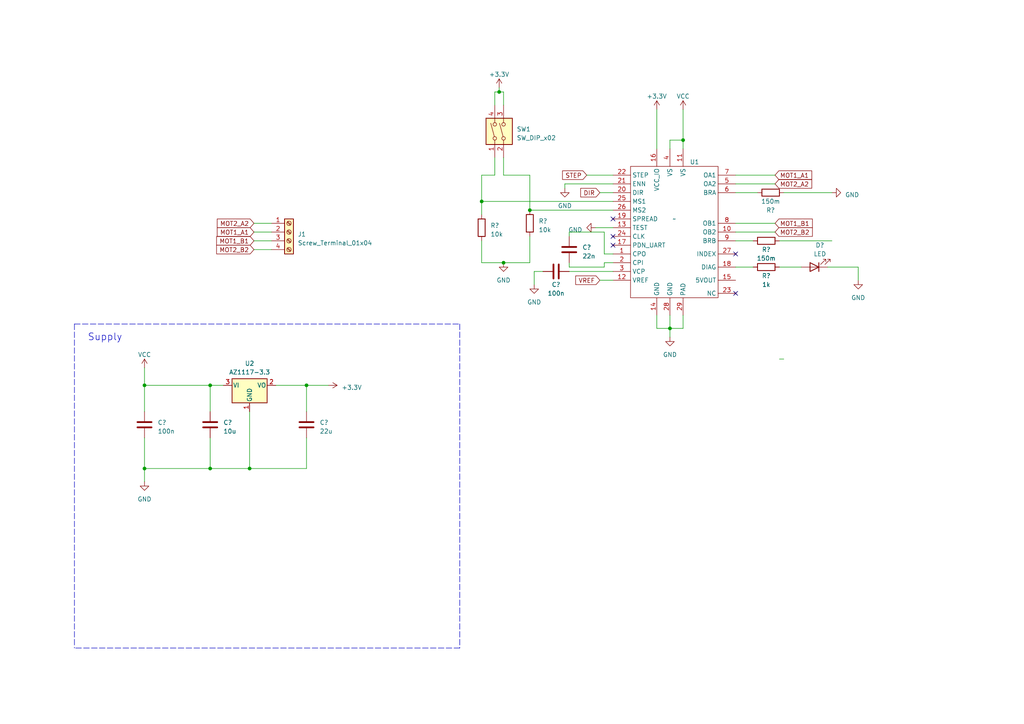
<source format=kicad_sch>
(kicad_sch (version 20230121) (generator eeschema)

  (uuid 068d3726-99de-44cc-887c-e892d67878f5)

  (paper "A4")

  (lib_symbols
    (symbol "Connector:Screw_Terminal_01x04" (pin_names (offset 1.016) hide) (in_bom yes) (on_board yes)
      (property "Reference" "J" (at 0 5.08 0)
        (effects (font (size 1.27 1.27)))
      )
      (property "Value" "Screw_Terminal_01x04" (at 0 -7.62 0)
        (effects (font (size 1.27 1.27)))
      )
      (property "Footprint" "" (at 0 0 0)
        (effects (font (size 1.27 1.27)) hide)
      )
      (property "Datasheet" "~" (at 0 0 0)
        (effects (font (size 1.27 1.27)) hide)
      )
      (property "ki_keywords" "screw terminal" (at 0 0 0)
        (effects (font (size 1.27 1.27)) hide)
      )
      (property "ki_description" "Generic screw terminal, single row, 01x04, script generated (kicad-library-utils/schlib/autogen/connector/)" (at 0 0 0)
        (effects (font (size 1.27 1.27)) hide)
      )
      (property "ki_fp_filters" "TerminalBlock*:*" (at 0 0 0)
        (effects (font (size 1.27 1.27)) hide)
      )
      (symbol "Screw_Terminal_01x04_1_1"
        (rectangle (start -1.27 3.81) (end 1.27 -6.35)
          (stroke (width 0.254) (type default))
          (fill (type background))
        )
        (circle (center 0 -5.08) (radius 0.635)
          (stroke (width 0.1524) (type default))
          (fill (type none))
        )
        (circle (center 0 -2.54) (radius 0.635)
          (stroke (width 0.1524) (type default))
          (fill (type none))
        )
        (polyline
          (pts
            (xy -0.5334 -4.7498)
            (xy 0.3302 -5.588)
          )
          (stroke (width 0.1524) (type default))
          (fill (type none))
        )
        (polyline
          (pts
            (xy -0.5334 -2.2098)
            (xy 0.3302 -3.048)
          )
          (stroke (width 0.1524) (type default))
          (fill (type none))
        )
        (polyline
          (pts
            (xy -0.5334 0.3302)
            (xy 0.3302 -0.508)
          )
          (stroke (width 0.1524) (type default))
          (fill (type none))
        )
        (polyline
          (pts
            (xy -0.5334 2.8702)
            (xy 0.3302 2.032)
          )
          (stroke (width 0.1524) (type default))
          (fill (type none))
        )
        (polyline
          (pts
            (xy -0.3556 -4.572)
            (xy 0.508 -5.4102)
          )
          (stroke (width 0.1524) (type default))
          (fill (type none))
        )
        (polyline
          (pts
            (xy -0.3556 -2.032)
            (xy 0.508 -2.8702)
          )
          (stroke (width 0.1524) (type default))
          (fill (type none))
        )
        (polyline
          (pts
            (xy -0.3556 0.508)
            (xy 0.508 -0.3302)
          )
          (stroke (width 0.1524) (type default))
          (fill (type none))
        )
        (polyline
          (pts
            (xy -0.3556 3.048)
            (xy 0.508 2.2098)
          )
          (stroke (width 0.1524) (type default))
          (fill (type none))
        )
        (circle (center 0 0) (radius 0.635)
          (stroke (width 0.1524) (type default))
          (fill (type none))
        )
        (circle (center 0 2.54) (radius 0.635)
          (stroke (width 0.1524) (type default))
          (fill (type none))
        )
        (pin passive line (at -5.08 2.54 0) (length 3.81)
          (name "Pin_1" (effects (font (size 1.27 1.27))))
          (number "1" (effects (font (size 1.27 1.27))))
        )
        (pin passive line (at -5.08 0 0) (length 3.81)
          (name "Pin_2" (effects (font (size 1.27 1.27))))
          (number "2" (effects (font (size 1.27 1.27))))
        )
        (pin passive line (at -5.08 -2.54 0) (length 3.81)
          (name "Pin_3" (effects (font (size 1.27 1.27))))
          (number "3" (effects (font (size 1.27 1.27))))
        )
        (pin passive line (at -5.08 -5.08 0) (length 3.81)
          (name "Pin_4" (effects (font (size 1.27 1.27))))
          (number "4" (effects (font (size 1.27 1.27))))
        )
      )
    )
    (symbol "Device:C" (pin_numbers hide) (pin_names (offset 0.254)) (in_bom yes) (on_board yes)
      (property "Reference" "C" (at 0.635 2.54 0)
        (effects (font (size 1.27 1.27)) (justify left))
      )
      (property "Value" "C" (at 0.635 -2.54 0)
        (effects (font (size 1.27 1.27)) (justify left))
      )
      (property "Footprint" "" (at 0.9652 -3.81 0)
        (effects (font (size 1.27 1.27)) hide)
      )
      (property "Datasheet" "~" (at 0 0 0)
        (effects (font (size 1.27 1.27)) hide)
      )
      (property "ki_keywords" "cap capacitor" (at 0 0 0)
        (effects (font (size 1.27 1.27)) hide)
      )
      (property "ki_description" "Unpolarized capacitor" (at 0 0 0)
        (effects (font (size 1.27 1.27)) hide)
      )
      (property "ki_fp_filters" "C_*" (at 0 0 0)
        (effects (font (size 1.27 1.27)) hide)
      )
      (symbol "C_0_1"
        (polyline
          (pts
            (xy -2.032 -0.762)
            (xy 2.032 -0.762)
          )
          (stroke (width 0.508) (type default))
          (fill (type none))
        )
        (polyline
          (pts
            (xy -2.032 0.762)
            (xy 2.032 0.762)
          )
          (stroke (width 0.508) (type default))
          (fill (type none))
        )
      )
      (symbol "C_1_1"
        (pin passive line (at 0 3.81 270) (length 2.794)
          (name "~" (effects (font (size 1.27 1.27))))
          (number "1" (effects (font (size 1.27 1.27))))
        )
        (pin passive line (at 0 -3.81 90) (length 2.794)
          (name "~" (effects (font (size 1.27 1.27))))
          (number "2" (effects (font (size 1.27 1.27))))
        )
      )
    )
    (symbol "Device:LED" (pin_numbers hide) (pin_names (offset 1.016) hide) (in_bom yes) (on_board yes)
      (property "Reference" "D" (at 0 2.54 0)
        (effects (font (size 1.27 1.27)))
      )
      (property "Value" "LED" (at 0 -2.54 0)
        (effects (font (size 1.27 1.27)))
      )
      (property "Footprint" "" (at 0 0 0)
        (effects (font (size 1.27 1.27)) hide)
      )
      (property "Datasheet" "~" (at 0 0 0)
        (effects (font (size 1.27 1.27)) hide)
      )
      (property "ki_keywords" "LED diode" (at 0 0 0)
        (effects (font (size 1.27 1.27)) hide)
      )
      (property "ki_description" "Light emitting diode" (at 0 0 0)
        (effects (font (size 1.27 1.27)) hide)
      )
      (property "ki_fp_filters" "LED* LED_SMD:* LED_THT:*" (at 0 0 0)
        (effects (font (size 1.27 1.27)) hide)
      )
      (symbol "LED_0_1"
        (polyline
          (pts
            (xy -1.27 -1.27)
            (xy -1.27 1.27)
          )
          (stroke (width 0.254) (type default))
          (fill (type none))
        )
        (polyline
          (pts
            (xy -1.27 0)
            (xy 1.27 0)
          )
          (stroke (width 0) (type default))
          (fill (type none))
        )
        (polyline
          (pts
            (xy 1.27 -1.27)
            (xy 1.27 1.27)
            (xy -1.27 0)
            (xy 1.27 -1.27)
          )
          (stroke (width 0.254) (type default))
          (fill (type none))
        )
        (polyline
          (pts
            (xy -3.048 -0.762)
            (xy -4.572 -2.286)
            (xy -3.81 -2.286)
            (xy -4.572 -2.286)
            (xy -4.572 -1.524)
          )
          (stroke (width 0) (type default))
          (fill (type none))
        )
        (polyline
          (pts
            (xy -1.778 -0.762)
            (xy -3.302 -2.286)
            (xy -2.54 -2.286)
            (xy -3.302 -2.286)
            (xy -3.302 -1.524)
          )
          (stroke (width 0) (type default))
          (fill (type none))
        )
      )
      (symbol "LED_1_1"
        (pin passive line (at -3.81 0 0) (length 2.54)
          (name "K" (effects (font (size 1.27 1.27))))
          (number "1" (effects (font (size 1.27 1.27))))
        )
        (pin passive line (at 3.81 0 180) (length 2.54)
          (name "A" (effects (font (size 1.27 1.27))))
          (number "2" (effects (font (size 1.27 1.27))))
        )
      )
    )
    (symbol "Device:R" (pin_numbers hide) (pin_names (offset 0)) (in_bom yes) (on_board yes)
      (property "Reference" "R" (at 2.032 0 90)
        (effects (font (size 1.27 1.27)))
      )
      (property "Value" "R" (at 0 0 90)
        (effects (font (size 1.27 1.27)))
      )
      (property "Footprint" "" (at -1.778 0 90)
        (effects (font (size 1.27 1.27)) hide)
      )
      (property "Datasheet" "~" (at 0 0 0)
        (effects (font (size 1.27 1.27)) hide)
      )
      (property "ki_keywords" "R res resistor" (at 0 0 0)
        (effects (font (size 1.27 1.27)) hide)
      )
      (property "ki_description" "Resistor" (at 0 0 0)
        (effects (font (size 1.27 1.27)) hide)
      )
      (property "ki_fp_filters" "R_*" (at 0 0 0)
        (effects (font (size 1.27 1.27)) hide)
      )
      (symbol "R_0_1"
        (rectangle (start -1.016 -2.54) (end 1.016 2.54)
          (stroke (width 0.254) (type default))
          (fill (type none))
        )
      )
      (symbol "R_1_1"
        (pin passive line (at 0 3.81 270) (length 1.27)
          (name "~" (effects (font (size 1.27 1.27))))
          (number "1" (effects (font (size 1.27 1.27))))
        )
        (pin passive line (at 0 -3.81 90) (length 1.27)
          (name "~" (effects (font (size 1.27 1.27))))
          (number "2" (effects (font (size 1.27 1.27))))
        )
      )
    )
    (symbol "My_Lib:TMC2225" (in_bom yes) (on_board yes)
      (property "Reference" "U" (at 0 0 0)
        (effects (font (size 1.27 1.27)))
      )
      (property "Value" "" (at 0 0 0)
        (effects (font (size 1.27 1.27)))
      )
      (property "Footprint" "" (at 0 0 0)
        (effects (font (size 1.27 1.27)) hide)
      )
      (property "Datasheet" "" (at 0 0 0)
        (effects (font (size 1.27 1.27)) hide)
      )
      (symbol "TMC2225_0_0"
        (pin passive line (at -17.78 -10.16 0) (length 5.08)
          (name "CPO" (effects (font (size 1.27 1.27))))
          (number "1" (effects (font (size 1.27 1.27))))
        )
        (pin output line (at 17.78 -3.81 180) (length 5.08)
          (name "OB2" (effects (font (size 1.27 1.27))))
          (number "10" (effects (font (size 1.27 1.27))))
        )
        (pin input line (at 2.54 20.32 270) (length 5.08)
          (name "VS" (effects (font (size 1.27 1.27))))
          (number "11" (effects (font (size 1.27 1.27))))
        )
        (pin input line (at -17.78 -17.78 0) (length 5.08)
          (name "VREF" (effects (font (size 1.27 1.27))))
          (number "12" (effects (font (size 1.27 1.27))))
        )
        (pin input line (at -17.78 -2.54 0) (length 5.08)
          (name "TEST" (effects (font (size 1.27 1.27))))
          (number "13" (effects (font (size 1.27 1.27))))
        )
        (pin input line (at -5.08 -27.94 90) (length 5.08)
          (name "GND" (effects (font (size 1.27 1.27))))
          (number "14" (effects (font (size 1.27 1.27))))
        )
        (pin passive line (at 17.78 -17.78 180) (length 5.08)
          (name "5VOUT" (effects (font (size 1.27 1.27))))
          (number "15" (effects (font (size 1.27 1.27))))
        )
        (pin input line (at -5.08 20.32 270) (length 5.08)
          (name "VCC_IO" (effects (font (size 1.27 1.27))))
          (number "16" (effects (font (size 1.27 1.27))))
        )
        (pin no_connect line (at -17.78 -7.62 0) (length 5.08)
          (name "PDN_UART" (effects (font (size 1.27 1.27))))
          (number "17" (effects (font (size 1.27 1.27))))
        )
        (pin output line (at 17.78 -13.97 180) (length 5.08)
          (name "DIAG" (effects (font (size 1.27 1.27))))
          (number "18" (effects (font (size 1.27 1.27))))
        )
        (pin no_connect line (at -17.78 0 0) (length 5.08)
          (name "SPREAD" (effects (font (size 1.27 1.27))))
          (number "19" (effects (font (size 1.27 1.27))))
        )
        (pin passive line (at -17.78 -12.7 0) (length 5.08)
          (name "CPI" (effects (font (size 1.27 1.27))))
          (number "2" (effects (font (size 1.27 1.27))))
        )
        (pin input line (at -17.78 7.62 0) (length 5.08)
          (name "DIR" (effects (font (size 1.27 1.27))))
          (number "20" (effects (font (size 1.27 1.27))))
        )
        (pin input line (at -17.78 10.16 0) (length 5.08)
          (name "ENN" (effects (font (size 1.27 1.27))))
          (number "21" (effects (font (size 1.27 1.27))))
        )
        (pin input line (at -17.78 12.7 0) (length 5.08)
          (name "STEP" (effects (font (size 1.27 1.27))))
          (number "22" (effects (font (size 1.27 1.27))))
        )
        (pin no_connect line (at 17.78 -21.59 180) (length 5.08)
          (name "NC" (effects (font (size 1.27 1.27))))
          (number "23" (effects (font (size 1.27 1.27))))
        )
        (pin no_connect line (at -17.78 -5.08 0) (length 5.08)
          (name "CLK" (effects (font (size 1.27 1.27))))
          (number "24" (effects (font (size 1.27 1.27))))
        )
        (pin input line (at -17.78 5.08 0) (length 5.08)
          (name "MS1" (effects (font (size 1.27 1.27))))
          (number "25" (effects (font (size 1.27 1.27))))
        )
        (pin input line (at -17.78 2.54 0) (length 5.08)
          (name "MS2" (effects (font (size 1.27 1.27))))
          (number "26" (effects (font (size 1.27 1.27))))
        )
        (pin no_connect line (at 17.78 -10.16 180) (length 5.08)
          (name "INDEX" (effects (font (size 1.27 1.27))))
          (number "27" (effects (font (size 1.27 1.27))))
        )
        (pin input line (at -1.27 -27.94 90) (length 5.08)
          (name "GND" (effects (font (size 1.27 1.27))))
          (number "28" (effects (font (size 1.27 1.27))))
        )
        (pin input line (at 2.54 -27.94 90) (length 5.08)
          (name "PAD" (effects (font (size 1.27 1.27))))
          (number "29" (effects (font (size 1.27 1.27))))
        )
        (pin passive line (at -17.78 -15.24 0) (length 5.08)
          (name "VCP" (effects (font (size 1.27 1.27))))
          (number "3" (effects (font (size 1.27 1.27))))
        )
        (pin input line (at -1.27 20.32 270) (length 5.08)
          (name "VS" (effects (font (size 1.27 1.27))))
          (number "4" (effects (font (size 1.27 1.27))))
        )
        (pin output line (at 17.78 10.16 180) (length 5.08)
          (name "OA2" (effects (font (size 1.27 1.27))))
          (number "5" (effects (font (size 1.27 1.27))))
        )
        (pin output line (at 17.78 7.62 180) (length 5.08)
          (name "BRA" (effects (font (size 1.27 1.27))))
          (number "6" (effects (font (size 1.27 1.27))))
        )
        (pin output line (at 17.78 12.7 180) (length 5.08)
          (name "OA1" (effects (font (size 1.27 1.27))))
          (number "7" (effects (font (size 1.27 1.27))))
        )
        (pin output line (at 17.78 -1.27 180) (length 5.08)
          (name "OB1" (effects (font (size 1.27 1.27))))
          (number "8" (effects (font (size 1.27 1.27))))
        )
        (pin output line (at 17.78 -6.35 180) (length 5.08)
          (name "BRB" (effects (font (size 1.27 1.27))))
          (number "9" (effects (font (size 1.27 1.27))))
        )
      )
      (symbol "TMC2225_0_1"
        (polyline
          (pts
            (xy -12.7 15.24)
            (xy 12.7 15.24)
            (xy 12.7 -22.86)
            (xy -12.7 -22.86)
            (xy -12.7 15.24)
          )
          (stroke (width 0.1524) (type solid))
          (fill (type none))
        )
      )
    )
    (symbol "Regulator_Linear:AZ1117-3.3" (pin_names (offset 0.254)) (in_bom yes) (on_board yes)
      (property "Reference" "U" (at -3.81 3.175 0)
        (effects (font (size 1.27 1.27)))
      )
      (property "Value" "AZ1117-3.3" (at 0 3.175 0)
        (effects (font (size 1.27 1.27)) (justify left))
      )
      (property "Footprint" "" (at 0 6.35 0)
        (effects (font (size 1.27 1.27) italic) hide)
      )
      (property "Datasheet" "https://www.diodes.com/assets/Datasheets/AZ1117.pdf" (at 0 0 0)
        (effects (font (size 1.27 1.27)) hide)
      )
      (property "ki_keywords" "Fixed Voltage Regulator 1A Positive LDO" (at 0 0 0)
        (effects (font (size 1.27 1.27)) hide)
      )
      (property "ki_description" "1A 20V Fixed LDO Linear Regulator, 3.3V, SOT-89/SOT-223/TO-220/TO-252/TO-263" (at 0 0 0)
        (effects (font (size 1.27 1.27)) hide)
      )
      (property "ki_fp_filters" "SOT?223* SOT?89* TO?220* TO?252* TO?263*" (at 0 0 0)
        (effects (font (size 1.27 1.27)) hide)
      )
      (symbol "AZ1117-3.3_0_1"
        (rectangle (start -5.08 1.905) (end 5.08 -5.08)
          (stroke (width 0.254) (type default))
          (fill (type background))
        )
      )
      (symbol "AZ1117-3.3_1_1"
        (pin power_in line (at 0 -7.62 90) (length 2.54)
          (name "GND" (effects (font (size 1.27 1.27))))
          (number "1" (effects (font (size 1.27 1.27))))
        )
        (pin power_out line (at 7.62 0 180) (length 2.54)
          (name "VO" (effects (font (size 1.27 1.27))))
          (number "2" (effects (font (size 1.27 1.27))))
        )
        (pin power_in line (at -7.62 0 0) (length 2.54)
          (name "VI" (effects (font (size 1.27 1.27))))
          (number "3" (effects (font (size 1.27 1.27))))
        )
      )
    )
    (symbol "Switch:SW_DIP_x02" (pin_names (offset 0) hide) (in_bom yes) (on_board yes)
      (property "Reference" "SW" (at 0 6.35 0)
        (effects (font (size 1.27 1.27)))
      )
      (property "Value" "SW_DIP_x02" (at 0 -3.81 0)
        (effects (font (size 1.27 1.27)))
      )
      (property "Footprint" "" (at 0 0 0)
        (effects (font (size 1.27 1.27)) hide)
      )
      (property "Datasheet" "~" (at 0 0 0)
        (effects (font (size 1.27 1.27)) hide)
      )
      (property "ki_keywords" "dip switch" (at 0 0 0)
        (effects (font (size 1.27 1.27)) hide)
      )
      (property "ki_description" "2x DIP Switch, Single Pole Single Throw (SPST) switch, small symbol" (at 0 0 0)
        (effects (font (size 1.27 1.27)) hide)
      )
      (property "ki_fp_filters" "SW?DIP?x2*" (at 0 0 0)
        (effects (font (size 1.27 1.27)) hide)
      )
      (symbol "SW_DIP_x02_0_0"
        (circle (center -2.032 0) (radius 0.508)
          (stroke (width 0) (type default))
          (fill (type none))
        )
        (circle (center -2.032 2.54) (radius 0.508)
          (stroke (width 0) (type default))
          (fill (type none))
        )
        (polyline
          (pts
            (xy -1.524 0.127)
            (xy 2.3622 1.1684)
          )
          (stroke (width 0) (type default))
          (fill (type none))
        )
        (polyline
          (pts
            (xy -1.524 2.667)
            (xy 2.3622 3.7084)
          )
          (stroke (width 0) (type default))
          (fill (type none))
        )
        (circle (center 2.032 0) (radius 0.508)
          (stroke (width 0) (type default))
          (fill (type none))
        )
        (circle (center 2.032 2.54) (radius 0.508)
          (stroke (width 0) (type default))
          (fill (type none))
        )
      )
      (symbol "SW_DIP_x02_0_1"
        (rectangle (start -3.81 5.08) (end 3.81 -2.54)
          (stroke (width 0.254) (type default))
          (fill (type background))
        )
      )
      (symbol "SW_DIP_x02_1_1"
        (pin passive line (at -7.62 2.54 0) (length 5.08)
          (name "~" (effects (font (size 1.27 1.27))))
          (number "1" (effects (font (size 1.27 1.27))))
        )
        (pin passive line (at -7.62 0 0) (length 5.08)
          (name "~" (effects (font (size 1.27 1.27))))
          (number "2" (effects (font (size 1.27 1.27))))
        )
        (pin passive line (at 7.62 0 180) (length 5.08)
          (name "~" (effects (font (size 1.27 1.27))))
          (number "3" (effects (font (size 1.27 1.27))))
        )
        (pin passive line (at 7.62 2.54 180) (length 5.08)
          (name "~" (effects (font (size 1.27 1.27))))
          (number "4" (effects (font (size 1.27 1.27))))
        )
      )
    )
    (symbol "power:+3.3V" (power) (pin_names (offset 0)) (in_bom yes) (on_board yes)
      (property "Reference" "#PWR" (at 0 -3.81 0)
        (effects (font (size 1.27 1.27)) hide)
      )
      (property "Value" "+3.3V" (at 0 3.556 0)
        (effects (font (size 1.27 1.27)))
      )
      (property "Footprint" "" (at 0 0 0)
        (effects (font (size 1.27 1.27)) hide)
      )
      (property "Datasheet" "" (at 0 0 0)
        (effects (font (size 1.27 1.27)) hide)
      )
      (property "ki_keywords" "global power" (at 0 0 0)
        (effects (font (size 1.27 1.27)) hide)
      )
      (property "ki_description" "Power symbol creates a global label with name \"+3.3V\"" (at 0 0 0)
        (effects (font (size 1.27 1.27)) hide)
      )
      (symbol "+3.3V_0_1"
        (polyline
          (pts
            (xy -0.762 1.27)
            (xy 0 2.54)
          )
          (stroke (width 0) (type default))
          (fill (type none))
        )
        (polyline
          (pts
            (xy 0 0)
            (xy 0 2.54)
          )
          (stroke (width 0) (type default))
          (fill (type none))
        )
        (polyline
          (pts
            (xy 0 2.54)
            (xy 0.762 1.27)
          )
          (stroke (width 0) (type default))
          (fill (type none))
        )
      )
      (symbol "+3.3V_1_1"
        (pin power_in line (at 0 0 90) (length 0) hide
          (name "+3.3V" (effects (font (size 1.27 1.27))))
          (number "1" (effects (font (size 1.27 1.27))))
        )
      )
    )
    (symbol "power:GND" (power) (pin_names (offset 0)) (in_bom yes) (on_board yes)
      (property "Reference" "#PWR" (at 0 -6.35 0)
        (effects (font (size 1.27 1.27)) hide)
      )
      (property "Value" "GND" (at 0 -3.81 0)
        (effects (font (size 1.27 1.27)))
      )
      (property "Footprint" "" (at 0 0 0)
        (effects (font (size 1.27 1.27)) hide)
      )
      (property "Datasheet" "" (at 0 0 0)
        (effects (font (size 1.27 1.27)) hide)
      )
      (property "ki_keywords" "global power" (at 0 0 0)
        (effects (font (size 1.27 1.27)) hide)
      )
      (property "ki_description" "Power symbol creates a global label with name \"GND\" , ground" (at 0 0 0)
        (effects (font (size 1.27 1.27)) hide)
      )
      (symbol "GND_0_1"
        (polyline
          (pts
            (xy 0 0)
            (xy 0 -1.27)
            (xy 1.27 -1.27)
            (xy 0 -2.54)
            (xy -1.27 -1.27)
            (xy 0 -1.27)
          )
          (stroke (width 0) (type default))
          (fill (type none))
        )
      )
      (symbol "GND_1_1"
        (pin power_in line (at 0 0 270) (length 0) hide
          (name "GND" (effects (font (size 1.27 1.27))))
          (number "1" (effects (font (size 1.27 1.27))))
        )
      )
    )
    (symbol "power:VCC" (power) (pin_names (offset 0)) (in_bom yes) (on_board yes)
      (property "Reference" "#PWR" (at 0 -3.81 0)
        (effects (font (size 1.27 1.27)) hide)
      )
      (property "Value" "VCC" (at 0 3.81 0)
        (effects (font (size 1.27 1.27)))
      )
      (property "Footprint" "" (at 0 0 0)
        (effects (font (size 1.27 1.27)) hide)
      )
      (property "Datasheet" "" (at 0 0 0)
        (effects (font (size 1.27 1.27)) hide)
      )
      (property "ki_keywords" "global power" (at 0 0 0)
        (effects (font (size 1.27 1.27)) hide)
      )
      (property "ki_description" "Power symbol creates a global label with name \"VCC\"" (at 0 0 0)
        (effects (font (size 1.27 1.27)) hide)
      )
      (symbol "VCC_0_1"
        (polyline
          (pts
            (xy -0.762 1.27)
            (xy 0 2.54)
          )
          (stroke (width 0) (type default))
          (fill (type none))
        )
        (polyline
          (pts
            (xy 0 0)
            (xy 0 2.54)
          )
          (stroke (width 0) (type default))
          (fill (type none))
        )
        (polyline
          (pts
            (xy 0 2.54)
            (xy 0.762 1.27)
          )
          (stroke (width 0) (type default))
          (fill (type none))
        )
      )
      (symbol "VCC_1_1"
        (pin power_in line (at 0 0 90) (length 0) hide
          (name "VCC" (effects (font (size 1.27 1.27))))
          (number "1" (effects (font (size 1.27 1.27))))
        )
      )
    )
  )

  (junction (at 60.96 111.76) (diameter 0) (color 0 0 0 0)
    (uuid 09f3520c-4f6c-4fe3-819d-9d3f8fc6b587)
  )
  (junction (at 153.67 60.96) (diameter 0) (color 0 0 0 0)
    (uuid 170e7f1b-8d25-4f77-9f8e-fc94cec78304)
  )
  (junction (at 41.91 111.76) (diameter 0) (color 0 0 0 0)
    (uuid 32b22497-6e76-4bdc-8444-63b1f6abb32b)
  )
  (junction (at 194.31 95.25) (diameter 0) (color 0 0 0 0)
    (uuid 42673888-9609-461a-94d1-d2b6b6fb818a)
  )
  (junction (at 88.9 111.76) (diameter 0) (color 0 0 0 0)
    (uuid 5999ff1b-be10-4817-8483-6d205e283872)
  )
  (junction (at 139.7 58.42) (diameter 0) (color 0 0 0 0)
    (uuid 6127ab72-5aa2-4472-8c43-7ba3787a1ecf)
  )
  (junction (at 198.12 40.64) (diameter 0) (color 0 0 0 0)
    (uuid 876eb48d-742d-4218-a1c0-dde9824d7d4e)
  )
  (junction (at 41.91 135.89) (diameter 0) (color 0 0 0 0)
    (uuid a075dcd4-9131-4a21-bd75-2ce22d863a57)
  )
  (junction (at 72.39 135.89) (diameter 0) (color 0 0 0 0)
    (uuid d81588b9-e378-40b8-a846-f216d496deed)
  )
  (junction (at 144.78 26.67) (diameter 0) (color 0 0 0 0)
    (uuid e2abff9a-1ff7-4d87-a36d-205f09b7431f)
  )
  (junction (at 60.96 135.89) (diameter 0) (color 0 0 0 0)
    (uuid ec063405-c907-42b7-8adb-3e7a69a29273)
  )
  (junction (at 146.05 76.2) (diameter 0) (color 0 0 0 0)
    (uuid fa882e1a-efc5-47d9-9f1e-78d7fc79b411)
  )

  (no_connect (at 213.36 85.09) (uuid 2ceda9da-b056-4537-acc4-5c3a61ae81df))
  (no_connect (at 213.36 73.66) (uuid 62f951fc-71da-4f8f-bee3-978d8f6c6d9e))
  (no_connect (at 177.8 63.5) (uuid 63b61004-f15b-440f-af4b-cbb2bd70379b))
  (no_connect (at 177.8 71.12) (uuid 7c20f44d-1c44-4192-856b-cc66f78d2ef4))
  (no_connect (at 177.8 68.58) (uuid b77a1d60-9a30-4b1e-a203-5ef32486654a))

  (wire (pts (xy 153.67 68.58) (xy 153.67 76.2))
    (stroke (width 0) (type default))
    (uuid 02ed833a-7131-4f62-87fa-d6b98b48014a)
  )
  (wire (pts (xy 154.94 78.74) (xy 154.94 82.55))
    (stroke (width 0) (type default))
    (uuid 04bfad80-26e0-4e7b-a40f-d75558bc0983)
  )
  (wire (pts (xy 88.9 111.76) (xy 88.9 119.38))
    (stroke (width 0) (type default))
    (uuid 081733f5-379b-402e-a63c-3ea00de4ef6f)
  )
  (wire (pts (xy 143.51 26.67) (xy 144.78 26.67))
    (stroke (width 0) (type default))
    (uuid 0dbaec17-50aa-4b55-b613-965643b3cfcb)
  )
  (wire (pts (xy 144.78 26.67) (xy 146.05 26.67))
    (stroke (width 0) (type default))
    (uuid 1717a9e6-83b6-42e6-9620-587919944e09)
  )
  (wire (pts (xy 139.7 69.85) (xy 139.7 76.2))
    (stroke (width 0) (type default))
    (uuid 1b9f329f-d397-480c-96cc-b46c1bfd8437)
  )
  (wire (pts (xy 153.67 50.8) (xy 153.67 60.96))
    (stroke (width 0) (type default))
    (uuid 20fec434-9628-47b3-a74e-d63a070cf294)
  )
  (wire (pts (xy 139.7 58.42) (xy 139.7 62.23))
    (stroke (width 0) (type default))
    (uuid 23b4d3e5-6733-49bc-8626-7b1d6820a99b)
  )
  (wire (pts (xy 177.8 53.34) (xy 163.83 53.34))
    (stroke (width 0) (type default))
    (uuid 255f9049-6886-4aac-9256-352a56cfba00)
  )
  (wire (pts (xy 41.91 111.76) (xy 60.96 111.76))
    (stroke (width 0) (type default))
    (uuid 2681c193-d30a-40de-a95f-83151e866af2)
  )
  (wire (pts (xy 139.7 50.8) (xy 143.51 50.8))
    (stroke (width 0) (type default))
    (uuid 27b3e533-5ffc-4eff-a873-4e75a8c0eafb)
  )
  (wire (pts (xy 153.67 50.8) (xy 146.05 50.8))
    (stroke (width 0) (type default))
    (uuid 27b8b5c5-76a5-41ce-a609-395b725542cd)
  )
  (wire (pts (xy 213.36 77.47) (xy 218.44 77.47))
    (stroke (width 0) (type default))
    (uuid 2d4695e9-881b-47fa-beec-ef47806c9f79)
  )
  (polyline (pts (xy 133.35 187.96) (xy 21.59 187.96))
    (stroke (width 0) (type dash))
    (uuid 2f219ec3-7a8b-46e6-870f-b0bd855c7323)
  )

  (wire (pts (xy 165.1 67.31) (xy 175.26 67.31))
    (stroke (width 0) (type default))
    (uuid 2f766d75-eb75-440b-849b-91370f91f07e)
  )
  (wire (pts (xy 41.91 106.68) (xy 41.91 111.76))
    (stroke (width 0) (type default))
    (uuid 311bf0bb-6145-4dd7-853d-1fcd1bce9756)
  )
  (wire (pts (xy 172.72 66.04) (xy 177.8 66.04))
    (stroke (width 0) (type default))
    (uuid 391be7a2-3cdb-4756-8662-21baaadb880e)
  )
  (wire (pts (xy 73.66 69.85) (xy 78.74 69.85))
    (stroke (width 0) (type default))
    (uuid 3942a8ce-1005-4b17-a2ed-67f5ea47ee8b)
  )
  (wire (pts (xy 143.51 30.48) (xy 143.51 26.67))
    (stroke (width 0) (type default))
    (uuid 395305e8-0b57-4673-aec5-046a23911074)
  )
  (wire (pts (xy 173.99 81.28) (xy 177.8 81.28))
    (stroke (width 0) (type default))
    (uuid 41f3ea70-9ff8-4d58-b99f-c9386ea86094)
  )
  (wire (pts (xy 72.39 135.89) (xy 88.9 135.89))
    (stroke (width 0) (type default))
    (uuid 45fdb5bb-c080-4004-9c6a-2f4f2ec82fe2)
  )
  (wire (pts (xy 194.31 43.18) (xy 194.31 40.64))
    (stroke (width 0) (type default))
    (uuid 46e9592c-9b47-4fb5-ad00-c7568fb8a3a0)
  )
  (wire (pts (xy 73.66 67.31) (xy 78.74 67.31))
    (stroke (width 0) (type default))
    (uuid 48f15ad0-384b-44a6-912f-39059a5d484d)
  )
  (wire (pts (xy 80.01 111.76) (xy 88.9 111.76))
    (stroke (width 0) (type default))
    (uuid 4c88195e-ea41-4400-b96b-cdd5e7da7699)
  )
  (wire (pts (xy 146.05 76.2) (xy 153.67 76.2))
    (stroke (width 0) (type default))
    (uuid 515c146e-2b10-400b-9d0b-a19d9da25b42)
  )
  (wire (pts (xy 213.36 55.88) (xy 219.71 55.88))
    (stroke (width 0) (type default))
    (uuid 575a2527-1842-4470-b4ab-eeb613f12b89)
  )
  (wire (pts (xy 213.36 50.8) (xy 224.79 50.8))
    (stroke (width 0) (type default))
    (uuid 58f5e32a-e096-47a7-96b1-9473dba7324f)
  )
  (wire (pts (xy 177.8 76.2) (xy 175.26 76.2))
    (stroke (width 0) (type default))
    (uuid 5a1e61ed-bc42-47bf-97e8-ae64f36df3a2)
  )
  (wire (pts (xy 165.1 67.31) (xy 165.1 68.58))
    (stroke (width 0) (type default))
    (uuid 5e6f938d-2502-4261-870b-c8e8dc88cf8d)
  )
  (wire (pts (xy 41.91 111.76) (xy 41.91 119.38))
    (stroke (width 0) (type default))
    (uuid 6394b9c6-0c3a-47a9-a10c-ad2849085b85)
  )
  (wire (pts (xy 146.05 26.67) (xy 146.05 30.48))
    (stroke (width 0) (type default))
    (uuid 674982ab-76f1-40b4-ace8-3457780c9064)
  )
  (wire (pts (xy 240.03 77.47) (xy 248.92 77.47))
    (stroke (width 0) (type default))
    (uuid 6cabbc91-f1f9-4c6b-b310-395a1f97cfa4)
  )
  (wire (pts (xy 213.36 69.85) (xy 218.44 69.85))
    (stroke (width 0) (type default))
    (uuid 71414b85-6c03-4500-9864-f2735be1f555)
  )
  (wire (pts (xy 194.31 95.25) (xy 194.31 97.79))
    (stroke (width 0) (type default))
    (uuid 717d9319-11b8-40e5-a003-81f26df38cbd)
  )
  (wire (pts (xy 190.5 95.25) (xy 194.31 95.25))
    (stroke (width 0) (type default))
    (uuid 757a54fd-9bf6-4801-9fa3-c11093cac793)
  )
  (wire (pts (xy 175.26 73.66) (xy 175.26 67.31))
    (stroke (width 0) (type default))
    (uuid 77fffae0-f22f-40ce-b006-f7a4d8d74d3e)
  )
  (wire (pts (xy 163.83 53.34) (xy 163.83 54.61))
    (stroke (width 0) (type default))
    (uuid 7acd6546-ed89-4c37-91fc-15bbd8598d28)
  )
  (wire (pts (xy 144.78 25.4) (xy 144.78 26.67))
    (stroke (width 0) (type default))
    (uuid 7bc6c36e-d52d-4ce8-992f-ae7ee69472f9)
  )
  (wire (pts (xy 41.91 135.89) (xy 41.91 139.7))
    (stroke (width 0) (type default))
    (uuid 82dd3d6e-b692-4ed8-8701-a40789d59705)
  )
  (wire (pts (xy 72.39 135.89) (xy 72.39 119.38))
    (stroke (width 0) (type default))
    (uuid 843f7ed0-ecd5-4625-bfb1-361531d846d8)
  )
  (wire (pts (xy 146.05 45.72) (xy 146.05 50.8))
    (stroke (width 0) (type default))
    (uuid 86bd83b4-0a57-4834-baed-68ff9a3ea55c)
  )
  (wire (pts (xy 60.96 135.89) (xy 72.39 135.89))
    (stroke (width 0) (type default))
    (uuid 8943ca7c-4f81-4177-97a1-6f4c3acefefc)
  )
  (wire (pts (xy 60.96 127) (xy 60.96 135.89))
    (stroke (width 0) (type default))
    (uuid 8a9d8dd8-dc08-4bb2-9036-110e35c2a4e2)
  )
  (wire (pts (xy 153.67 60.96) (xy 177.8 60.96))
    (stroke (width 0) (type default))
    (uuid 8b848bd6-fd63-4c3a-ac2c-51433ebc9312)
  )
  (wire (pts (xy 60.96 111.76) (xy 64.77 111.76))
    (stroke (width 0) (type default))
    (uuid 8bd942bd-c628-45c8-a0bf-dadfb271e0e2)
  )
  (wire (pts (xy 139.7 58.42) (xy 177.8 58.42))
    (stroke (width 0) (type default))
    (uuid 8f6fdebf-b83b-4d5c-8d06-0375b5fbcdfb)
  )
  (wire (pts (xy 73.66 64.77) (xy 78.74 64.77))
    (stroke (width 0) (type default))
    (uuid 9241232f-9819-4c07-b66b-35f32d116004)
  )
  (wire (pts (xy 198.12 31.75) (xy 198.12 40.64))
    (stroke (width 0) (type default))
    (uuid 9572323d-dacc-4ca3-a444-02f7bee2ab64)
  )
  (wire (pts (xy 88.9 135.89) (xy 88.9 127))
    (stroke (width 0) (type default))
    (uuid 95b38e8c-f793-46dd-a8b2-08bde962d7e2)
  )
  (wire (pts (xy 248.92 77.47) (xy 248.92 81.28))
    (stroke (width 0) (type default))
    (uuid 9856a55a-7bd7-4402-ba8d-30c1fe89a814)
  )
  (wire (pts (xy 226.06 69.85) (xy 241.3 69.85))
    (stroke (width 0) (type default))
    (uuid 9acc550f-347e-471e-81a8-e25018ea1793)
  )
  (wire (pts (xy 227.33 55.88) (xy 241.3 55.88))
    (stroke (width 0) (type default))
    (uuid 9d4dc40e-bf34-4e07-8404-e2a414ad96bc)
  )
  (wire (pts (xy 213.36 67.31) (xy 224.79 67.31))
    (stroke (width 0) (type default))
    (uuid a20e9d74-739b-4ac6-9d70-f1febf0d1b9f)
  )
  (wire (pts (xy 41.91 135.89) (xy 60.96 135.89))
    (stroke (width 0) (type default))
    (uuid a5cece79-d52e-4516-97ca-d6a481e6bc09)
  )
  (wire (pts (xy 157.48 78.74) (xy 154.94 78.74))
    (stroke (width 0) (type default))
    (uuid a635e6db-b151-4731-aa3a-f93d276eb2c6)
  )
  (wire (pts (xy 190.5 91.44) (xy 190.5 95.25))
    (stroke (width 0) (type default))
    (uuid a6b758b2-437f-494b-b9c8-e5ec65395892)
  )
  (wire (pts (xy 173.99 55.88) (xy 177.8 55.88))
    (stroke (width 0) (type default))
    (uuid ae91ce5e-49b9-4b29-b3e2-be98af597680)
  )
  (wire (pts (xy 143.51 45.72) (xy 143.51 50.8))
    (stroke (width 0) (type default))
    (uuid b2d0ef11-965d-4c29-8559-4f6b52b03529)
  )
  (polyline (pts (xy 21.59 93.98) (xy 21.59 187.96))
    (stroke (width 0) (type dash))
    (uuid b352777f-8548-4acc-a4e3-c121733c8fc1)
  )

  (wire (pts (xy 198.12 91.44) (xy 198.12 95.25))
    (stroke (width 0) (type default))
    (uuid b3a288b8-2903-4ddd-b34d-eb075639e305)
  )
  (wire (pts (xy 165.1 78.74) (xy 177.8 78.74))
    (stroke (width 0) (type default))
    (uuid b3fbe2fc-723b-40ff-bea7-719b375c9b36)
  )
  (wire (pts (xy 139.7 76.2) (xy 146.05 76.2))
    (stroke (width 0) (type default))
    (uuid b5da3fa7-b68b-4206-97dd-c651d98d49c7)
  )
  (wire (pts (xy 170.18 50.8) (xy 177.8 50.8))
    (stroke (width 0) (type default))
    (uuid b743f41a-1c1f-4304-bdee-94db56746847)
  )
  (wire (pts (xy 175.26 76.2) (xy 175.26 77.47))
    (stroke (width 0) (type default))
    (uuid b843fb02-8c6d-4ce4-b008-441786592164)
  )
  (wire (pts (xy 226.06 77.47) (xy 232.41 77.47))
    (stroke (width 0) (type default))
    (uuid c02c6551-9638-443b-abb4-50b4c17b0f54)
  )
  (wire (pts (xy 165.1 77.47) (xy 165.1 76.2))
    (stroke (width 0) (type default))
    (uuid c13dd3b0-955a-464c-894f-6ee71c92572b)
  )
  (wire (pts (xy 194.31 95.25) (xy 198.12 95.25))
    (stroke (width 0) (type default))
    (uuid c433ac03-5792-40f6-9a7a-5326e48917e9)
  )
  (wire (pts (xy 139.7 58.42) (xy 139.7 50.8))
    (stroke (width 0) (type default))
    (uuid c4621111-772c-455c-87b3-7bca3b46dc5f)
  )
  (wire (pts (xy 213.36 53.34) (xy 224.79 53.34))
    (stroke (width 0) (type default))
    (uuid c6397088-85ab-4932-8af3-7ae0aef7cf73)
  )
  (wire (pts (xy 175.26 77.47) (xy 165.1 77.47))
    (stroke (width 0) (type default))
    (uuid cb68d8f2-3e67-4e64-b99a-c882548a1814)
  )
  (polyline (pts (xy 21.59 93.98) (xy 133.35 93.98))
    (stroke (width 0) (type dash))
    (uuid ce419dc3-d096-45a5-9ec6-4d2ef5a85779)
  )

  (wire (pts (xy 88.9 111.76) (xy 95.25 111.76))
    (stroke (width 0) (type default))
    (uuid d1401061-1191-4258-9c51-e4615c10c5be)
  )
  (wire (pts (xy 73.66 72.39) (xy 78.74 72.39))
    (stroke (width 0) (type default))
    (uuid d1874016-dc6e-4293-aa83-963bf82d7262)
  )
  (polyline (pts (xy 133.35 93.98) (xy 133.35 187.96))
    (stroke (width 0) (type dash))
    (uuid d476cae0-b749-4eaf-b71e-89e4b2c77e66)
  )

  (wire (pts (xy 41.91 127) (xy 41.91 135.89))
    (stroke (width 0) (type default))
    (uuid de949768-ad00-4d7f-a72b-7a6c9b0bf794)
  )
  (wire (pts (xy 194.31 40.64) (xy 198.12 40.64))
    (stroke (width 0) (type default))
    (uuid e8a35659-251c-4b8c-8e91-a25f02876362)
  )
  (wire (pts (xy 194.31 91.44) (xy 194.31 95.25))
    (stroke (width 0) (type default))
    (uuid e8a7e74a-4664-430f-ab2d-137b5a7294ae)
  )
  (wire (pts (xy 198.12 40.64) (xy 198.12 43.18))
    (stroke (width 0) (type default))
    (uuid eb3adb1c-cb89-4e51-a245-bdac9dfdd63b)
  )
  (wire (pts (xy 226.06 104.14) (xy 227.33 104.14))
    (stroke (width 0) (type default))
    (uuid efc5c521-ee36-4ef5-9fe4-5b557c6a4ed9)
  )
  (wire (pts (xy 177.8 73.66) (xy 175.26 73.66))
    (stroke (width 0) (type default))
    (uuid f17c40dc-d105-448f-bc94-4408b2ccf7e7)
  )
  (wire (pts (xy 60.96 119.38) (xy 60.96 111.76))
    (stroke (width 0) (type default))
    (uuid f28d1b93-d591-4c47-aded-65269843bd64)
  )
  (wire (pts (xy 213.36 64.77) (xy 224.79 64.77))
    (stroke (width 0) (type default))
    (uuid f34e6639-e7de-4b60-9fea-ad4c7e944285)
  )
  (wire (pts (xy 190.5 31.75) (xy 190.5 43.18))
    (stroke (width 0) (type default))
    (uuid fef4b225-809e-4904-ad13-ca6bbbdabbb5)
  )

  (text "Supply" (at 25.4 99.06 0)
    (effects (font (size 2 2)) (justify left bottom))
    (uuid d42cd773-9a99-4c66-acda-e3220f3ac587)
  )

  (global_label "MOT2_B2" (shape input) (at 224.79 67.31 0) (fields_autoplaced)
    (effects (font (size 1.27 1.27)) (justify left))
    (uuid 0a874bf4-cce0-4325-beaa-426c68304e47)
    (property "Intersheetrefs" "${INTERSHEET_REFS}" (at 236.1019 67.31 0)
      (effects (font (size 1.27 1.27)) (justify left) hide)
    )
  )
  (global_label "MOT1_B1" (shape input) (at 73.66 69.85 180) (fields_autoplaced)
    (effects (font (size 1.27 1.27)) (justify right))
    (uuid 1b581f14-d444-455f-a276-e7f649a7e106)
    (property "Intersheetrefs" "${INTERSHEET_REFS}" (at 62.3481 69.85 0)
      (effects (font (size 1.27 1.27)) (justify right) hide)
    )
  )
  (global_label "STEP" (shape input) (at 170.18 50.8 180) (fields_autoplaced)
    (effects (font (size 1.27 1.27)) (justify right))
    (uuid 22d83677-0349-46b2-974c-d763acde5654)
    (property "Intersheetrefs" "${INTERSHEET_REFS}" (at 162.6781 50.8 0)
      (effects (font (size 1.27 1.27)) (justify right) hide)
    )
  )
  (global_label "MOT2_B2" (shape input) (at 73.66 72.39 180) (fields_autoplaced)
    (effects (font (size 1.27 1.27)) (justify right))
    (uuid 37f670b3-7c0b-4805-b619-a3dde7427b04)
    (property "Intersheetrefs" "${INTERSHEET_REFS}" (at 62.3481 72.39 0)
      (effects (font (size 1.27 1.27)) (justify right) hide)
    )
  )
  (global_label "VREF" (shape input) (at 173.99 81.28 180) (fields_autoplaced)
    (effects (font (size 1.27 1.27)) (justify right))
    (uuid 3b9b8516-02a3-4ef2-b92a-722d6a384be4)
    (property "Intersheetrefs" "${INTERSHEET_REFS}" (at 166.488 81.28 0)
      (effects (font (size 1.27 1.27)) (justify right) hide)
    )
  )
  (global_label "MOT1_B1" (shape input) (at 224.79 64.77 0) (fields_autoplaced)
    (effects (font (size 1.27 1.27)) (justify left))
    (uuid 3e13632f-67be-4b1f-950d-6ba30f9d9adc)
    (property "Intersheetrefs" "${INTERSHEET_REFS}" (at 236.1019 64.77 0)
      (effects (font (size 1.27 1.27)) (justify left) hide)
    )
  )
  (global_label "MOT1_A1" (shape input) (at 224.79 50.8 0) (fields_autoplaced)
    (effects (font (size 1.27 1.27)) (justify left))
    (uuid 52b30a39-4989-4e33-b52c-e3c657c0adf1)
    (property "Intersheetrefs" "${INTERSHEET_REFS}" (at 235.9205 50.8 0)
      (effects (font (size 1.27 1.27)) (justify left) hide)
    )
  )
  (global_label "MOT2_A2" (shape input) (at 73.66 64.77 180) (fields_autoplaced)
    (effects (font (size 1.27 1.27)) (justify right))
    (uuid 7cc5d02b-9aa5-4a7b-a26b-98385a5f3d13)
    (property "Intersheetrefs" "${INTERSHEET_REFS}" (at 62.5295 64.77 0)
      (effects (font (size 1.27 1.27)) (justify right) hide)
    )
  )
  (global_label "MOT1_A1" (shape input) (at 73.66 67.31 180) (fields_autoplaced)
    (effects (font (size 1.27 1.27)) (justify right))
    (uuid c4d5211e-3a42-4603-954a-b9ad25e84383)
    (property "Intersheetrefs" "${INTERSHEET_REFS}" (at 62.5295 67.31 0)
      (effects (font (size 1.27 1.27)) (justify right) hide)
    )
  )
  (global_label "MOT2_A2" (shape input) (at 224.79 53.34 0) (fields_autoplaced)
    (effects (font (size 1.27 1.27)) (justify left))
    (uuid f0823ea1-7a7b-4340-a10f-4fba49695734)
    (property "Intersheetrefs" "${INTERSHEET_REFS}" (at 235.9205 53.34 0)
      (effects (font (size 1.27 1.27)) (justify left) hide)
    )
  )
  (global_label "DIR" (shape input) (at 173.99 55.88 180) (fields_autoplaced)
    (effects (font (size 1.27 1.27)) (justify right))
    (uuid f363ee27-a186-49e7-a2a8-415fdd545772)
    (property "Intersheetrefs" "${INTERSHEET_REFS}" (at 167.9394 55.88 0)
      (effects (font (size 1.27 1.27)) (justify right) hide)
    )
  )

  (symbol (lib_id "Device:LED") (at 236.22 77.47 180) (unit 1)
    (in_bom yes) (on_board yes) (dnp no) (fields_autoplaced)
    (uuid 01283bcc-d20b-4fa6-ad51-4f149aac5aa5)
    (property "Reference" "D?" (at 237.8075 71.12 0)
      (effects (font (size 1.27 1.27)))
    )
    (property "Value" "LED" (at 237.8075 73.66 0)
      (effects (font (size 1.27 1.27)))
    )
    (property "Footprint" "" (at 236.22 77.47 0)
      (effects (font (size 1.27 1.27)) hide)
    )
    (property "Datasheet" "~" (at 236.22 77.47 0)
      (effects (font (size 1.27 1.27)) hide)
    )
    (pin "1" (uuid ddb8114a-b8ed-4aad-824a-770b011adb86))
    (pin "2" (uuid 8e8db7e1-86a6-4332-835f-c03e4e9ecbc8))
    (instances
      (project "Projet6"
        (path "/068d3726-99de-44cc-887c-e892d67878f5"
          (reference "D?") (unit 1)
        )
      )
    )
  )

  (symbol (lib_id "Switch:SW_DIP_x02") (at 146.05 38.1 90) (unit 1)
    (in_bom yes) (on_board yes) (dnp no) (fields_autoplaced)
    (uuid 09e9bccb-358e-46d7-8b43-879098671d50)
    (property "Reference" "SW1" (at 149.86 37.465 90)
      (effects (font (size 1.27 1.27)) (justify right))
    )
    (property "Value" "SW_DIP_x02" (at 149.86 40.005 90)
      (effects (font (size 1.27 1.27)) (justify right))
    )
    (property "Footprint" "" (at 146.05 38.1 0)
      (effects (font (size 1.27 1.27)) hide)
    )
    (property "Datasheet" "~" (at 146.05 38.1 0)
      (effects (font (size 1.27 1.27)) hide)
    )
    (pin "1" (uuid 2e9e5dd9-5380-43f6-b5bd-bf8710208ab8))
    (pin "2" (uuid 987e1dd8-8117-4d0e-9e57-011f6fc94be7))
    (pin "3" (uuid d04bccdd-7e84-4436-ba97-5ccb30e8cdf7))
    (pin "4" (uuid 9bb7f140-8002-498b-b19b-1db90883b7bd))
    (instances
      (project "Projet6"
        (path "/068d3726-99de-44cc-887c-e892d67878f5"
          (reference "SW1") (unit 1)
        )
      )
    )
  )

  (symbol (lib_id "power:GND") (at 172.72 66.04 270) (unit 1)
    (in_bom yes) (on_board yes) (dnp no) (fields_autoplaced)
    (uuid 1487128e-65f4-48bd-9c48-6d974ff67f54)
    (property "Reference" "#PWR09" (at 166.37 66.04 0)
      (effects (font (size 1.27 1.27)) hide)
    )
    (property "Value" "GND" (at 168.91 66.675 90)
      (effects (font (size 1.27 1.27)) (justify right))
    )
    (property "Footprint" "" (at 172.72 66.04 0)
      (effects (font (size 1.27 1.27)) hide)
    )
    (property "Datasheet" "" (at 172.72 66.04 0)
      (effects (font (size 1.27 1.27)) hide)
    )
    (pin "1" (uuid 4089c5c0-3724-4b3b-b539-1084307fcd94))
    (instances
      (project "Projet6"
        (path "/068d3726-99de-44cc-887c-e892d67878f5"
          (reference "#PWR09") (unit 1)
        )
      )
    )
  )

  (symbol (lib_id "power:GND") (at 241.3 55.88 90) (unit 1)
    (in_bom yes) (on_board yes) (dnp no) (fields_autoplaced)
    (uuid 1bdf149d-bc34-4369-a2fe-3730d3db2eef)
    (property "Reference" "#PWR04" (at 247.65 55.88 0)
      (effects (font (size 1.27 1.27)) hide)
    )
    (property "Value" "GND" (at 245.11 56.515 90)
      (effects (font (size 1.27 1.27)) (justify right))
    )
    (property "Footprint" "" (at 241.3 55.88 0)
      (effects (font (size 1.27 1.27)) hide)
    )
    (property "Datasheet" "" (at 241.3 55.88 0)
      (effects (font (size 1.27 1.27)) hide)
    )
    (pin "1" (uuid b559123d-31cd-4cb4-b422-206decebfee7))
    (instances
      (project "Projet6"
        (path "/068d3726-99de-44cc-887c-e892d67878f5"
          (reference "#PWR04") (unit 1)
        )
      )
    )
  )

  (symbol (lib_id "power:GND") (at 41.91 139.7 0) (unit 1)
    (in_bom yes) (on_board yes) (dnp no) (fields_autoplaced)
    (uuid 206abd9e-9086-403b-b9d0-1f8f65198236)
    (property "Reference" "#PWR012" (at 41.91 146.05 0)
      (effects (font (size 1.27 1.27)) hide)
    )
    (property "Value" "GND" (at 41.91 144.78 0)
      (effects (font (size 1.27 1.27)))
    )
    (property "Footprint" "" (at 41.91 139.7 0)
      (effects (font (size 1.27 1.27)) hide)
    )
    (property "Datasheet" "" (at 41.91 139.7 0)
      (effects (font (size 1.27 1.27)) hide)
    )
    (pin "1" (uuid 856190b2-087d-4835-8d03-06bbe180edfc))
    (instances
      (project "Projet6"
        (path "/068d3726-99de-44cc-887c-e892d67878f5"
          (reference "#PWR012") (unit 1)
        )
      )
    )
  )

  (symbol (lib_id "Device:C") (at 88.9 123.19 0) (unit 1)
    (in_bom yes) (on_board yes) (dnp no) (fields_autoplaced)
    (uuid 26d97450-7675-402c-8695-771bb77e1c44)
    (property "Reference" "C?" (at 92.71 122.555 0)
      (effects (font (size 1.27 1.27)) (justify left))
    )
    (property "Value" "22u" (at 92.71 125.095 0)
      (effects (font (size 1.27 1.27)) (justify left))
    )
    (property "Footprint" "" (at 89.8652 127 0)
      (effects (font (size 1.27 1.27)) hide)
    )
    (property "Datasheet" "~" (at 88.9 123.19 0)
      (effects (font (size 1.27 1.27)) hide)
    )
    (pin "1" (uuid 25711705-c10c-4bb8-bdf3-249e52d3d601))
    (pin "2" (uuid 47e8748e-f87e-4b55-9ebe-c8fdb7fc1ddd))
    (instances
      (project "Projet6"
        (path "/068d3726-99de-44cc-887c-e892d67878f5"
          (reference "C?") (unit 1)
        )
      )
    )
  )

  (symbol (lib_id "power:GND") (at 248.92 81.28 0) (unit 1)
    (in_bom yes) (on_board yes) (dnp no) (fields_autoplaced)
    (uuid 2c3f841a-4067-4a39-8e43-8c71b1ec27b5)
    (property "Reference" "#PWR05" (at 248.92 87.63 0)
      (effects (font (size 1.27 1.27)) hide)
    )
    (property "Value" "GND" (at 248.92 86.36 0)
      (effects (font (size 1.27 1.27)))
    )
    (property "Footprint" "" (at 248.92 81.28 0)
      (effects (font (size 1.27 1.27)) hide)
    )
    (property "Datasheet" "" (at 248.92 81.28 0)
      (effects (font (size 1.27 1.27)) hide)
    )
    (pin "1" (uuid 3da63976-0810-43ff-a887-27c7f7dc755f))
    (instances
      (project "Projet6"
        (path "/068d3726-99de-44cc-887c-e892d67878f5"
          (reference "#PWR05") (unit 1)
        )
      )
    )
  )

  (symbol (lib_id "Device:R") (at 153.67 64.77 0) (unit 1)
    (in_bom yes) (on_board yes) (dnp no) (fields_autoplaced)
    (uuid 31b2aca4-d493-4b5b-b313-2191cbb59d6a)
    (property "Reference" "R?" (at 156.21 64.135 0)
      (effects (font (size 1.27 1.27)) (justify left))
    )
    (property "Value" "10k" (at 156.21 66.675 0)
      (effects (font (size 1.27 1.27)) (justify left))
    )
    (property "Footprint" "" (at 151.892 64.77 90)
      (effects (font (size 1.27 1.27)) hide)
    )
    (property "Datasheet" "~" (at 153.67 64.77 0)
      (effects (font (size 1.27 1.27)) hide)
    )
    (pin "1" (uuid 96aed613-80b3-42e3-8fdf-b1595ae4e106))
    (pin "2" (uuid 6d44e713-0fb5-4323-b89e-6303a2f8caa6))
    (instances
      (project "Projet6"
        (path "/068d3726-99de-44cc-887c-e892d67878f5"
          (reference "R?") (unit 1)
        )
      )
    )
  )

  (symbol (lib_id "power:+3.3V") (at 190.5 31.75 0) (unit 1)
    (in_bom yes) (on_board yes) (dnp no) (fields_autoplaced)
    (uuid 35e75ae3-9632-461d-b5ba-05837a2680fc)
    (property "Reference" "#PWR02" (at 190.5 35.56 0)
      (effects (font (size 1.27 1.27)) hide)
    )
    (property "Value" "+3.3V" (at 190.5 27.94 0)
      (effects (font (size 1.27 1.27)))
    )
    (property "Footprint" "" (at 190.5 31.75 0)
      (effects (font (size 1.27 1.27)) hide)
    )
    (property "Datasheet" "" (at 190.5 31.75 0)
      (effects (font (size 1.27 1.27)) hide)
    )
    (pin "1" (uuid 40bdf1d1-f2b8-4647-9490-28771dd479f6))
    (instances
      (project "Projet6"
        (path "/068d3726-99de-44cc-887c-e892d67878f5"
          (reference "#PWR02") (unit 1)
        )
      )
    )
  )

  (symbol (lib_id "power:GND") (at 194.31 97.79 0) (unit 1)
    (in_bom yes) (on_board yes) (dnp no) (fields_autoplaced)
    (uuid 38e4471f-bd46-443e-95f7-3b5c0dcc6b62)
    (property "Reference" "#PWR01" (at 194.31 104.14 0)
      (effects (font (size 1.27 1.27)) hide)
    )
    (property "Value" "GND" (at 194.31 102.87 0)
      (effects (font (size 1.27 1.27)))
    )
    (property "Footprint" "" (at 194.31 97.79 0)
      (effects (font (size 1.27 1.27)) hide)
    )
    (property "Datasheet" "" (at 194.31 97.79 0)
      (effects (font (size 1.27 1.27)) hide)
    )
    (pin "1" (uuid a3e277ea-5cf3-4e27-a49a-42bf12f65980))
    (instances
      (project "Projet6"
        (path "/068d3726-99de-44cc-887c-e892d67878f5"
          (reference "#PWR01") (unit 1)
        )
      )
    )
  )

  (symbol (lib_id "power:GND") (at 154.94 82.55 0) (unit 1)
    (in_bom yes) (on_board yes) (dnp no) (fields_autoplaced)
    (uuid 3a842dec-daf8-4872-8930-65ea92329e1e)
    (property "Reference" "#PWR010" (at 154.94 88.9 0)
      (effects (font (size 1.27 1.27)) hide)
    )
    (property "Value" "GND" (at 154.94 87.63 0)
      (effects (font (size 1.27 1.27)))
    )
    (property "Footprint" "" (at 154.94 82.55 0)
      (effects (font (size 1.27 1.27)) hide)
    )
    (property "Datasheet" "" (at 154.94 82.55 0)
      (effects (font (size 1.27 1.27)) hide)
    )
    (pin "1" (uuid 74041181-83c4-45e2-ab2f-9c4a3f58aa45))
    (instances
      (project "Projet6"
        (path "/068d3726-99de-44cc-887c-e892d67878f5"
          (reference "#PWR010") (unit 1)
        )
      )
    )
  )

  (symbol (lib_id "Connector:Screw_Terminal_01x04") (at 83.82 67.31 0) (unit 1)
    (in_bom yes) (on_board yes) (dnp no) (fields_autoplaced)
    (uuid 3f24dec9-6729-4727-b4a6-f6c62389165a)
    (property "Reference" "J1" (at 86.36 67.945 0)
      (effects (font (size 1.27 1.27)) (justify left))
    )
    (property "Value" "Screw_Terminal_01x04" (at 86.36 70.485 0)
      (effects (font (size 1.27 1.27)) (justify left))
    )
    (property "Footprint" "" (at 83.82 67.31 0)
      (effects (font (size 1.27 1.27)) hide)
    )
    (property "Datasheet" "~" (at 83.82 67.31 0)
      (effects (font (size 1.27 1.27)) hide)
    )
    (pin "1" (uuid 92860584-2a7a-41c9-923f-f94827c4f7f2))
    (pin "2" (uuid 627f0add-e996-4ded-94b9-835744845ecb))
    (pin "3" (uuid 515ea865-87dd-4fe1-ae10-9fe4da27f4d8))
    (pin "4" (uuid fc225d3b-622b-4d24-93c7-4edb8f6a70b0))
    (instances
      (project "Projet6"
        (path "/068d3726-99de-44cc-887c-e892d67878f5"
          (reference "J1") (unit 1)
        )
      )
    )
  )

  (symbol (lib_id "power:GND") (at 146.05 76.2 0) (unit 1)
    (in_bom yes) (on_board yes) (dnp no) (fields_autoplaced)
    (uuid 5000cf2f-f412-41ca-bcb6-c6826de38451)
    (property "Reference" "#PWR07" (at 146.05 82.55 0)
      (effects (font (size 1.27 1.27)) hide)
    )
    (property "Value" "GND" (at 146.05 81.28 0)
      (effects (font (size 1.27 1.27)))
    )
    (property "Footprint" "" (at 146.05 76.2 0)
      (effects (font (size 1.27 1.27)) hide)
    )
    (property "Datasheet" "" (at 146.05 76.2 0)
      (effects (font (size 1.27 1.27)) hide)
    )
    (pin "1" (uuid 3b8ac0ad-e1ed-49a0-b41f-9e5ed5924b44))
    (instances
      (project "Projet6"
        (path "/068d3726-99de-44cc-887c-e892d67878f5"
          (reference "#PWR07") (unit 1)
        )
      )
    )
  )

  (symbol (lib_id "power:VCC") (at 198.12 31.75 0) (unit 1)
    (in_bom yes) (on_board yes) (dnp no) (fields_autoplaced)
    (uuid 66960052-97e3-4057-af87-adb79c209e58)
    (property "Reference" "#PWR03" (at 198.12 35.56 0)
      (effects (font (size 1.27 1.27)) hide)
    )
    (property "Value" "VCC" (at 198.12 27.94 0)
      (effects (font (size 1.27 1.27)))
    )
    (property "Footprint" "" (at 198.12 31.75 0)
      (effects (font (size 1.27 1.27)) hide)
    )
    (property "Datasheet" "" (at 198.12 31.75 0)
      (effects (font (size 1.27 1.27)) hide)
    )
    (pin "1" (uuid 2b774d0a-90b0-4625-baec-769ae21a12ed))
    (instances
      (project "Projet6"
        (path "/068d3726-99de-44cc-887c-e892d67878f5"
          (reference "#PWR03") (unit 1)
        )
      )
    )
  )

  (symbol (lib_id "Device:R") (at 222.25 77.47 270) (unit 1)
    (in_bom yes) (on_board yes) (dnp no)
    (uuid 6c263341-3293-4132-9af6-fa4bf3367469)
    (property "Reference" "R?" (at 222.25 72.39 90)
      (effects (font (size 1.27 1.27)))
    )
    (property "Value" "1k" (at 222.25 82.55 90)
      (effects (font (size 1.27 1.27)))
    )
    (property "Footprint" "" (at 222.25 75.692 90)
      (effects (font (size 1.27 1.27)) hide)
    )
    (property "Datasheet" "~" (at 222.25 77.47 0)
      (effects (font (size 1.27 1.27)) hide)
    )
    (pin "1" (uuid 38675ceb-51f7-4746-b40f-321639dc3bbd))
    (pin "2" (uuid 9320648b-9234-4438-a94b-1ab88c307579))
    (instances
      (project "Projet6"
        (path "/068d3726-99de-44cc-887c-e892d67878f5"
          (reference "R?") (unit 1)
        )
      )
    )
  )

  (symbol (lib_id "Regulator_Linear:AZ1117-3.3") (at 72.39 111.76 0) (unit 1)
    (in_bom yes) (on_board yes) (dnp no) (fields_autoplaced)
    (uuid 97ea541a-aa1e-46e8-80d0-ac04e532bd02)
    (property "Reference" "U2" (at 72.39 105.41 0)
      (effects (font (size 1.27 1.27)))
    )
    (property "Value" "AZ1117-3.3" (at 72.39 107.95 0)
      (effects (font (size 1.27 1.27)))
    )
    (property "Footprint" "" (at 72.39 105.41 0)
      (effects (font (size 1.27 1.27) italic) hide)
    )
    (property "Datasheet" "https://www.diodes.com/assets/Datasheets/AZ1117.pdf" (at 72.39 111.76 0)
      (effects (font (size 1.27 1.27)) hide)
    )
    (pin "1" (uuid 7aae75d0-0f50-4c77-a1b0-69d2d2089ed3))
    (pin "2" (uuid d49f05e5-7720-43f8-ad18-76505470fc32))
    (pin "3" (uuid 58db2aa6-e4ab-4422-a656-dc09b75b1716))
    (instances
      (project "Projet6"
        (path "/068d3726-99de-44cc-887c-e892d67878f5"
          (reference "U2") (unit 1)
        )
      )
    )
  )

  (symbol (lib_id "Device:R") (at 139.7 66.04 0) (unit 1)
    (in_bom yes) (on_board yes) (dnp no) (fields_autoplaced)
    (uuid 9a94da05-3495-45b3-b259-a7e835cfcf42)
    (property "Reference" "R?" (at 142.24 65.405 0)
      (effects (font (size 1.27 1.27)) (justify left))
    )
    (property "Value" "10k" (at 142.24 67.945 0)
      (effects (font (size 1.27 1.27)) (justify left))
    )
    (property "Footprint" "" (at 137.922 66.04 90)
      (effects (font (size 1.27 1.27)) hide)
    )
    (property "Datasheet" "~" (at 139.7 66.04 0)
      (effects (font (size 1.27 1.27)) hide)
    )
    (pin "1" (uuid c726cb9f-97ed-434a-9f3c-19a1141e38fc))
    (pin "2" (uuid 73a22625-d745-4c74-9ac2-606a7aa9351c))
    (instances
      (project "Projet6"
        (path "/068d3726-99de-44cc-887c-e892d67878f5"
          (reference "R?") (unit 1)
        )
      )
    )
  )

  (symbol (lib_id "Device:R") (at 223.52 55.88 270) (mirror x) (unit 1)
    (in_bom yes) (on_board yes) (dnp no)
    (uuid 9de317dd-4dc6-4982-a1c7-289832802b94)
    (property "Reference" "R?" (at 223.52 60.96 90)
      (effects (font (size 1.27 1.27)))
    )
    (property "Value" "150m" (at 223.52 58.42 90)
      (effects (font (size 1.27 1.27)))
    )
    (property "Footprint" "" (at 223.52 57.658 90)
      (effects (font (size 1.27 1.27)) hide)
    )
    (property "Datasheet" "~" (at 223.52 55.88 0)
      (effects (font (size 1.27 1.27)) hide)
    )
    (pin "1" (uuid d1c03c0d-c7a5-47e5-ab60-fe7ebb6ab3d2))
    (pin "2" (uuid b8185488-8463-465c-b83e-42cca9c2ceda))
    (instances
      (project "Projet6"
        (path "/068d3726-99de-44cc-887c-e892d67878f5"
          (reference "R?") (unit 1)
        )
      )
    )
  )

  (symbol (lib_id "Device:C") (at 41.91 123.19 0) (unit 1)
    (in_bom yes) (on_board yes) (dnp no) (fields_autoplaced)
    (uuid aa817462-e97e-4ae9-bc2f-bd60f0722199)
    (property "Reference" "C?" (at 45.72 122.555 0)
      (effects (font (size 1.27 1.27)) (justify left))
    )
    (property "Value" "100n" (at 45.72 125.095 0)
      (effects (font (size 1.27 1.27)) (justify left))
    )
    (property "Footprint" "" (at 42.8752 127 0)
      (effects (font (size 1.27 1.27)) hide)
    )
    (property "Datasheet" "~" (at 41.91 123.19 0)
      (effects (font (size 1.27 1.27)) hide)
    )
    (pin "1" (uuid 4bc86e68-5a42-4240-8c5f-aa61ce9903f8))
    (pin "2" (uuid 59588d7b-32b7-497d-a14d-917efd4311b1))
    (instances
      (project "Projet6"
        (path "/068d3726-99de-44cc-887c-e892d67878f5"
          (reference "C?") (unit 1)
        )
      )
    )
  )

  (symbol (lib_id "power:+3.3V") (at 144.78 25.4 0) (unit 1)
    (in_bom yes) (on_board yes) (dnp no) (fields_autoplaced)
    (uuid ada97261-1f8e-4e63-b40d-b89fe7c4d303)
    (property "Reference" "#PWR08" (at 144.78 29.21 0)
      (effects (font (size 1.27 1.27)) hide)
    )
    (property "Value" "+3.3V" (at 144.78 21.59 0)
      (effects (font (size 1.27 1.27)))
    )
    (property "Footprint" "" (at 144.78 25.4 0)
      (effects (font (size 1.27 1.27)) hide)
    )
    (property "Datasheet" "" (at 144.78 25.4 0)
      (effects (font (size 1.27 1.27)) hide)
    )
    (pin "1" (uuid bb396017-00ad-4987-9950-da12565597b8))
    (instances
      (project "Projet6"
        (path "/068d3726-99de-44cc-887c-e892d67878f5"
          (reference "#PWR08") (unit 1)
        )
      )
    )
  )

  (symbol (lib_id "My_Lib:TMC2225") (at 195.58 63.5 0) (unit 1)
    (in_bom yes) (on_board yes) (dnp no) (fields_autoplaced)
    (uuid c1114dd3-9774-44e4-8395-d8bced8775a4)
    (property "Reference" "U1" (at 200.0759 46.99 0)
      (effects (font (size 1.27 1.27)) (justify left))
    )
    (property "Value" "~" (at 195.58 63.5 0)
      (effects (font (size 1.27 1.27)))
    )
    (property "Footprint" "" (at 195.58 63.5 0)
      (effects (font (size 1.27 1.27)) hide)
    )
    (property "Datasheet" "" (at 195.58 63.5 0)
      (effects (font (size 1.27 1.27)) hide)
    )
    (pin "1" (uuid 7a18fb71-e21c-493d-a7b8-e4fb823814fa))
    (pin "10" (uuid a2b66ac3-efcb-45db-9ab9-26c714f0d5a2))
    (pin "11" (uuid d482b3ed-d2df-4efa-b840-2b554a43b950))
    (pin "12" (uuid fffe8557-c2bc-457b-a824-c0f6bff81554))
    (pin "13" (uuid 55d7b41f-5356-4e70-8b65-42b5c4bd256e))
    (pin "14" (uuid cd339ece-56dc-44eb-a707-d8ec14c15817))
    (pin "15" (uuid 3f9e1aba-2340-4433-882e-f3324fa61a6b))
    (pin "16" (uuid 4aea7b5e-3ee6-42b5-8f47-a4ad0c098e6e))
    (pin "17" (uuid 0d8d8c95-665b-4731-ad40-0ebad1694d8f))
    (pin "18" (uuid c2173372-ef3c-4904-868d-5cd57b2f4b12))
    (pin "19" (uuid 74dbc507-e63e-4ef6-a3f1-92b2a8ed6806))
    (pin "2" (uuid 0430f4c5-34b5-4a49-89f1-5f4a813603e3))
    (pin "20" (uuid 62c27e08-1a22-476c-8653-c97063906711))
    (pin "21" (uuid 741d7d22-7c4e-409a-8416-e3e8b2be378a))
    (pin "22" (uuid 00973bb5-dc4b-4dac-a282-c028622a0d7e))
    (pin "23" (uuid ba8db577-d4ae-45c4-b49d-594c00d2fb35))
    (pin "24" (uuid 1dcde65d-993e-4d97-a1be-593a7db526f1))
    (pin "25" (uuid 57bad1a2-26f2-4f48-bfe7-63a503f0607f))
    (pin "26" (uuid fdb0dd28-6e1b-42aa-961f-ff9bbb005e44))
    (pin "27" (uuid e74a8693-ae4a-4a9c-9c48-2959dea9bf41))
    (pin "28" (uuid 52c02747-a076-4228-957a-2634e7c93f84))
    (pin "29" (uuid 1cb25f19-4196-4f15-bb8c-c348cd1b2f5a))
    (pin "3" (uuid 507a3857-47b6-4c71-b6b4-bfd72bfe0c2e))
    (pin "4" (uuid ca5ee65d-b489-4fee-9c41-cdf4ffb41288))
    (pin "5" (uuid 7e188d9d-a7af-4972-a01d-0122f4036391))
    (pin "6" (uuid 10c056b2-16f7-40bd-a8eb-511c4f309762))
    (pin "7" (uuid c60665b5-fd4e-4788-9282-5df1af1173ea))
    (pin "8" (uuid 3e8ca443-17bb-4ed9-bca2-d0f1b8dcc7fd))
    (pin "9" (uuid fc0f30b5-f514-4b16-908f-0ad7e0ae4184))
    (instances
      (project "Projet6"
        (path "/068d3726-99de-44cc-887c-e892d67878f5"
          (reference "U1") (unit 1)
        )
      )
    )
  )

  (symbol (lib_id "power:VCC") (at 41.91 106.68 0) (unit 1)
    (in_bom yes) (on_board yes) (dnp no) (fields_autoplaced)
    (uuid cbc390fd-be65-4c6d-bf84-a514762fc894)
    (property "Reference" "#PWR011" (at 41.91 110.49 0)
      (effects (font (size 1.27 1.27)) hide)
    )
    (property "Value" "VCC" (at 41.91 102.87 0)
      (effects (font (size 1.27 1.27)))
    )
    (property "Footprint" "" (at 41.91 106.68 0)
      (effects (font (size 1.27 1.27)) hide)
    )
    (property "Datasheet" "" (at 41.91 106.68 0)
      (effects (font (size 1.27 1.27)) hide)
    )
    (pin "1" (uuid e9654a6f-f626-40e9-b364-b8867d44507f))
    (instances
      (project "Projet6"
        (path "/068d3726-99de-44cc-887c-e892d67878f5"
          (reference "#PWR011") (unit 1)
        )
      )
    )
  )

  (symbol (lib_id "power:GND") (at 163.83 54.61 0) (unit 1)
    (in_bom yes) (on_board yes) (dnp no) (fields_autoplaced)
    (uuid e1616200-b765-4a95-a129-b2468904755e)
    (property "Reference" "#PWR06" (at 163.83 60.96 0)
      (effects (font (size 1.27 1.27)) hide)
    )
    (property "Value" "GND" (at 163.83 59.69 0)
      (effects (font (size 1.27 1.27)))
    )
    (property "Footprint" "" (at 163.83 54.61 0)
      (effects (font (size 1.27 1.27)) hide)
    )
    (property "Datasheet" "" (at 163.83 54.61 0)
      (effects (font (size 1.27 1.27)) hide)
    )
    (pin "1" (uuid 87a0c276-4a87-4b25-aa4a-7b264aa3dd03))
    (instances
      (project "Projet6"
        (path "/068d3726-99de-44cc-887c-e892d67878f5"
          (reference "#PWR06") (unit 1)
        )
      )
    )
  )

  (symbol (lib_id "Device:R") (at 222.25 69.85 270) (unit 1)
    (in_bom yes) (on_board yes) (dnp no)
    (uuid e83945b9-6349-4563-b871-968f423f4756)
    (property "Reference" "R?" (at 222.25 80.01 90)
      (effects (font (size 1.27 1.27)))
    )
    (property "Value" "150m" (at 222.25 74.93 90)
      (effects (font (size 1.27 1.27)))
    )
    (property "Footprint" "" (at 222.25 68.072 90)
      (effects (font (size 1.27 1.27)) hide)
    )
    (property "Datasheet" "~" (at 222.25 69.85 0)
      (effects (font (size 1.27 1.27)) hide)
    )
    (pin "1" (uuid ea74ad15-a4ab-4437-a8c2-34d276f6585e))
    (pin "2" (uuid ad5b2930-ba40-4801-a3e2-9782f259af31))
    (instances
      (project "Projet6"
        (path "/068d3726-99de-44cc-887c-e892d67878f5"
          (reference "R?") (unit 1)
        )
      )
    )
  )

  (symbol (lib_id "Device:C") (at 165.1 72.39 0) (unit 1)
    (in_bom yes) (on_board yes) (dnp no) (fields_autoplaced)
    (uuid f52b8e14-cc83-44e6-b1c5-3afee1db007e)
    (property "Reference" "C?" (at 168.91 71.755 0)
      (effects (font (size 1.27 1.27)) (justify left))
    )
    (property "Value" "22n" (at 168.91 74.295 0)
      (effects (font (size 1.27 1.27)) (justify left))
    )
    (property "Footprint" "" (at 166.0652 76.2 0)
      (effects (font (size 1.27 1.27)) hide)
    )
    (property "Datasheet" "~" (at 165.1 72.39 0)
      (effects (font (size 1.27 1.27)) hide)
    )
    (pin "1" (uuid 1a084d2d-a2fc-4d5e-baa9-6ff1a31da582))
    (pin "2" (uuid 6ac85163-f780-4bdc-b2c1-04f342d24ab6))
    (instances
      (project "Projet6"
        (path "/068d3726-99de-44cc-887c-e892d67878f5"
          (reference "C?") (unit 1)
        )
      )
    )
  )

  (symbol (lib_id "power:+3.3V") (at 95.25 111.76 270) (unit 1)
    (in_bom yes) (on_board yes) (dnp no) (fields_autoplaced)
    (uuid fb518fff-ee26-46dd-9ce3-071398492a80)
    (property "Reference" "#PWR013" (at 91.44 111.76 0)
      (effects (font (size 1.27 1.27)) hide)
    )
    (property "Value" "+3.3V" (at 99.06 112.395 90)
      (effects (font (size 1.27 1.27)) (justify left))
    )
    (property "Footprint" "" (at 95.25 111.76 0)
      (effects (font (size 1.27 1.27)) hide)
    )
    (property "Datasheet" "" (at 95.25 111.76 0)
      (effects (font (size 1.27 1.27)) hide)
    )
    (pin "1" (uuid 73a53a64-e5cd-4ba7-8e51-713932ddf991))
    (instances
      (project "Projet6"
        (path "/068d3726-99de-44cc-887c-e892d67878f5"
          (reference "#PWR013") (unit 1)
        )
      )
    )
  )

  (symbol (lib_id "Device:C") (at 161.29 78.74 270) (unit 1)
    (in_bom yes) (on_board yes) (dnp no)
    (uuid fead485b-ef95-46f0-a102-c11bdea9629f)
    (property "Reference" "C?" (at 161.29 82.55 90)
      (effects (font (size 1.27 1.27)))
    )
    (property "Value" "100n" (at 161.29 85.09 90)
      (effects (font (size 1.27 1.27)))
    )
    (property "Footprint" "" (at 157.48 79.7052 0)
      (effects (font (size 1.27 1.27)) hide)
    )
    (property "Datasheet" "~" (at 161.29 78.74 0)
      (effects (font (size 1.27 1.27)) hide)
    )
    (pin "1" (uuid 8ceb3c3b-1b29-492b-aaef-c388b94e4381))
    (pin "2" (uuid 8ab494e1-2c8c-45d6-aa6c-d4d4b90a76b1))
    (instances
      (project "Projet6"
        (path "/068d3726-99de-44cc-887c-e892d67878f5"
          (reference "C?") (unit 1)
        )
      )
    )
  )

  (symbol (lib_id "Device:C") (at 60.96 123.19 0) (unit 1)
    (in_bom yes) (on_board yes) (dnp no) (fields_autoplaced)
    (uuid ff91bc75-8bff-416f-8f28-f1d6b783b8b8)
    (property "Reference" "C?" (at 64.77 122.555 0)
      (effects (font (size 1.27 1.27)) (justify left))
    )
    (property "Value" "10u" (at 64.77 125.095 0)
      (effects (font (size 1.27 1.27)) (justify left))
    )
    (property "Footprint" "" (at 61.9252 127 0)
      (effects (font (size 1.27 1.27)) hide)
    )
    (property "Datasheet" "~" (at 60.96 123.19 0)
      (effects (font (size 1.27 1.27)) hide)
    )
    (pin "1" (uuid 127044ba-0b44-483a-adf3-922b1a603dfe))
    (pin "2" (uuid 4ea800c7-8e8c-4844-a4b8-27bbdb208f5a))
    (instances
      (project "Projet6"
        (path "/068d3726-99de-44cc-887c-e892d67878f5"
          (reference "C?") (unit 1)
        )
      )
    )
  )

  (sheet_instances
    (path "/" (page "1"))
  )
)

</source>
